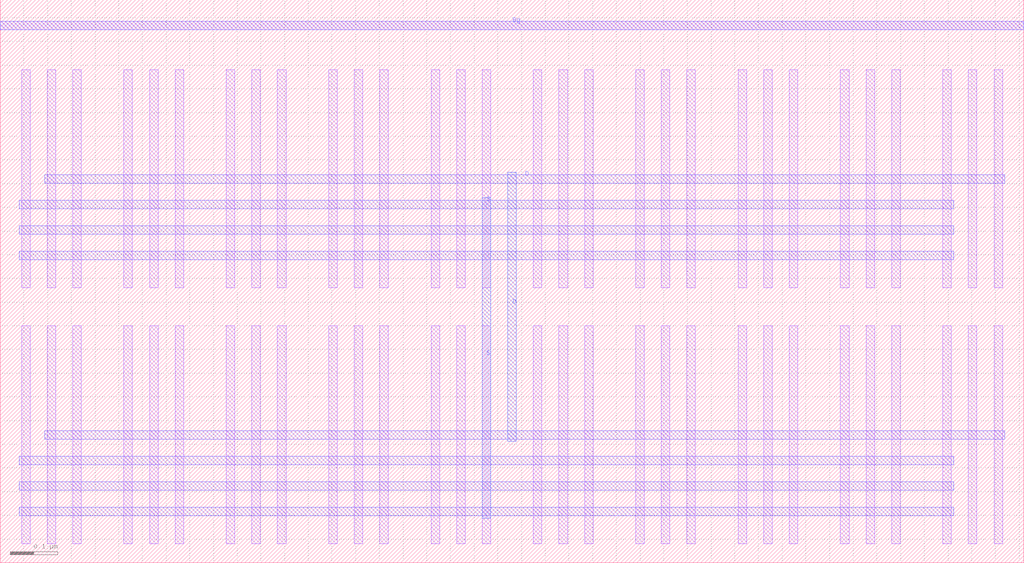
<source format=lef>
MACRO DCL_NMOS_n12_X2_Y2
  ORIGIN 0 0 ;
  FOREIGN DCL_NMOS_n12_X2_Y2 0 0 ;
  SIZE 0.864 BY 1.188 ;
  PIN S
    DIRECTION INOUT ;
    USE SIGNAL ;
    PORT
      LAYER M2 ;
        RECT 0.040 0.099 0.716 0.117 ;
      LAYER M2 ;
        RECT 0.040 0.153 0.716 0.171 ;
      LAYER M2 ;
        RECT 0.040 0.207 0.716 0.225 ;
      LAYER M2 ;
        RECT 0.040 0.639 0.716 0.657 ;
      LAYER M2 ;
        RECT 0.040 0.693 0.716 0.711 ;
      LAYER M2 ;
        RECT 0.040 0.747 0.716 0.765 ;
      LAYER M3 ;
        RECT 0.369 0.094 0.387 0.770 ;
    END
  END S
  PIN D
    DIRECTION INOUT ;
    USE SIGNAL ;
    PORT
      LAYER M2 ;
        RECT 0.094 0.261 0.824 0.279 ;
      LAYER M2 ;
        RECT 0.094 0.801 0.824 0.819 ;
      LAYER M3 ;
        RECT 0.423 0.256 0.441 0.824 ;
    END
  END D
  PIN Bg
    DIRECTION INOUT ;
    USE SIGNAL ;
    PORT
      LAYER M2 ;
        RECT 0.0 1.125 0.864 1.143 ;
    END
  END Bg
  OBS
    LAYER M1 ;
      RECT 0.0 1.125 0.864 1.143 ;
    LAYER M1 ;
      RECT 0.099 0.040 0.117 0.500 ;
    LAYER M1 ;
      RECT 0.099 0.580 0.117 1.040 ;
    LAYER M1 ;
      RECT 0.315 0.040 0.333 0.500 ;
    LAYER M1 ;
      RECT 0.315 0.580 0.333 1.040 ;
    LAYER M1 ;
      RECT 0.531 0.040 0.549 0.500 ;
    LAYER M1 ;
      RECT 0.531 0.580 0.549 1.040 ;
    LAYER M1 ;
      RECT 0.747 0.040 0.765 0.500 ;
    LAYER M1 ;
      RECT 0.747 0.580 0.765 1.040 ;
    LAYER M1 ;
      RECT 0.045 0.040 0.063 0.500 ;
    LAYER M1 ;
      RECT 0.045 0.580 0.063 1.040 ;
    LAYER M1 ;
      RECT 0.261 0.040 0.279 0.500 ;
    LAYER M1 ;
      RECT 0.261 0.580 0.279 1.040 ;
    LAYER M1 ;
      RECT 0.477 0.040 0.495 0.500 ;
    LAYER M1 ;
      RECT 0.477 0.580 0.495 1.040 ;
    LAYER M1 ;
      RECT 0.693 0.040 0.711 0.500 ;
    LAYER M1 ;
      RECT 0.693 0.580 0.711 1.040 ;
    LAYER M1 ;
      RECT 0.153 0.040 0.171 0.500 ;
    LAYER M1 ;
      RECT 0.153 0.580 0.171 1.040 ;
    LAYER M1 ;
      RECT 0.369 0.040 0.387 0.500 ;
    LAYER M1 ;
      RECT 0.369 0.580 0.387 1.040 ;
    LAYER M1 ;
      RECT 0.585 0.040 0.603 0.500 ;
    LAYER M1 ;
      RECT 0.585 0.580 0.603 1.040 ;
    LAYER M1 ;
      RECT 0.801 0.040 0.819 0.500 ;
    LAYER M1 ;
      RECT 0.801 0.580 0.819 1.040 ;
  END
END DCL_NMOS_n12_X2_Y2
MACRO DCL_NMOS_n12_X5_Y2
  ORIGIN 0 0 ;
  FOREIGN DCL_NMOS_n12_X5_Y2 0 0 ;
  SIZE 2.160 BY 1.188 ;
  PIN S
    DIRECTION INOUT ;
    USE SIGNAL ;
    PORT
      LAYER M2 ;
        RECT 0.040 0.099 2.012 0.117 ;
      LAYER M2 ;
        RECT 0.040 0.153 2.012 0.171 ;
      LAYER M2 ;
        RECT 0.040 0.207 2.012 0.225 ;
      LAYER M2 ;
        RECT 0.040 0.639 2.012 0.657 ;
      LAYER M2 ;
        RECT 0.040 0.693 2.012 0.711 ;
      LAYER M2 ;
        RECT 0.040 0.747 2.012 0.765 ;
      LAYER M3 ;
        RECT 1.017 0.094 1.035 0.770 ;
    END
  END S
  PIN Bg
    DIRECTION INOUT ;
    USE SIGNAL ;
    PORT
      LAYER M2 ;
        RECT 0.0 1.125 2.16 1.143 ;
    END
  END Bg
  PIN D
    DIRECTION INOUT ;
    USE SIGNAL ;
    PORT
      LAYER M2 ;
        RECT 0.094 0.261 2.120 0.279 ;
      LAYER M2 ;
        RECT 0.094 0.801 2.120 0.819 ;
      LAYER M3 ;
        RECT 1.071 0.256 1.089 0.824 ;
    END
  END D
  OBS
    LAYER M1 ;
      RECT 0.0 1.125 2.16 1.143 ;
    LAYER M1 ;
      RECT 0.099 0.040 0.117 0.500 ;
    LAYER M1 ;
      RECT 0.099 0.580 0.117 1.040 ;
    LAYER M1 ;
      RECT 0.315 0.040 0.333 0.500 ;
    LAYER M1 ;
      RECT 0.315 0.580 0.333 1.040 ;
    LAYER M1 ;
      RECT 0.531 0.040 0.549 0.500 ;
    LAYER M1 ;
      RECT 0.531 0.580 0.549 1.040 ;
    LAYER M1 ;
      RECT 0.747 0.040 0.765 0.500 ;
    LAYER M1 ;
      RECT 0.747 0.580 0.765 1.040 ;
    LAYER M1 ;
      RECT 0.963 0.040 0.981 0.500 ;
    LAYER M1 ;
      RECT 0.963 0.580 0.981 1.040 ;
    LAYER M1 ;
      RECT 1.179 0.040 1.197 0.500 ;
    LAYER M1 ;
      RECT 1.179 0.580 1.197 1.040 ;
    LAYER M1 ;
      RECT 1.395 0.040 1.413 0.500 ;
    LAYER M1 ;
      RECT 1.395 0.580 1.413 1.040 ;
    LAYER M1 ;
      RECT 1.611 0.040 1.629 0.500 ;
    LAYER M1 ;
      RECT 1.611 0.580 1.629 1.040 ;
    LAYER M1 ;
      RECT 1.827 0.040 1.845 0.500 ;
    LAYER M1 ;
      RECT 1.827 0.580 1.845 1.040 ;
    LAYER M1 ;
      RECT 2.043 0.040 2.061 0.500 ;
    LAYER M1 ;
      RECT 2.043 0.580 2.061 1.040 ;
    LAYER M1 ;
      RECT 0.045 0.040 0.063 0.500 ;
    LAYER M1 ;
      RECT 0.045 0.580 0.063 1.040 ;
    LAYER M1 ;
      RECT 0.261 0.040 0.279 0.500 ;
    LAYER M1 ;
      RECT 0.261 0.580 0.279 1.040 ;
    LAYER M1 ;
      RECT 0.477 0.040 0.495 0.500 ;
    LAYER M1 ;
      RECT 0.477 0.580 0.495 1.040 ;
    LAYER M1 ;
      RECT 0.693 0.040 0.711 0.500 ;
    LAYER M1 ;
      RECT 0.693 0.580 0.711 1.040 ;
    LAYER M1 ;
      RECT 0.909 0.040 0.927 0.500 ;
    LAYER M1 ;
      RECT 0.909 0.580 0.927 1.040 ;
    LAYER M1 ;
      RECT 1.125 0.040 1.143 0.500 ;
    LAYER M1 ;
      RECT 1.125 0.580 1.143 1.040 ;
    LAYER M1 ;
      RECT 1.341 0.040 1.359 0.500 ;
    LAYER M1 ;
      RECT 1.341 0.580 1.359 1.040 ;
    LAYER M1 ;
      RECT 1.557 0.040 1.575 0.500 ;
    LAYER M1 ;
      RECT 1.557 0.580 1.575 1.040 ;
    LAYER M1 ;
      RECT 1.773 0.040 1.791 0.500 ;
    LAYER M1 ;
      RECT 1.773 0.580 1.791 1.040 ;
    LAYER M1 ;
      RECT 1.989 0.040 2.007 0.500 ;
    LAYER M1 ;
      RECT 1.989 0.580 2.007 1.040 ;
    LAYER M1 ;
      RECT 0.153 0.040 0.171 0.500 ;
    LAYER M1 ;
      RECT 0.153 0.580 0.171 1.040 ;
    LAYER M1 ;
      RECT 0.369 0.040 0.387 0.500 ;
    LAYER M1 ;
      RECT 0.369 0.580 0.387 1.040 ;
    LAYER M1 ;
      RECT 0.585 0.040 0.603 0.500 ;
    LAYER M1 ;
      RECT 0.585 0.580 0.603 1.040 ;
    LAYER M1 ;
      RECT 0.801 0.040 0.819 0.500 ;
    LAYER M1 ;
      RECT 0.801 0.580 0.819 1.040 ;
    LAYER M1 ;
      RECT 1.017 0.040 1.035 0.500 ;
    LAYER M1 ;
      RECT 1.017 0.580 1.035 1.040 ;
    LAYER M1 ;
      RECT 1.233 0.040 1.251 0.500 ;
    LAYER M1 ;
      RECT 1.233 0.580 1.251 1.040 ;
    LAYER M1 ;
      RECT 1.449 0.040 1.467 0.500 ;
    LAYER M1 ;
      RECT 1.449 0.580 1.467 1.040 ;
    LAYER M1 ;
      RECT 1.665 0.040 1.683 0.500 ;
    LAYER M1 ;
      RECT 1.665 0.580 1.683 1.040 ;
    LAYER M1 ;
      RECT 1.881 0.040 1.899 0.500 ;
    LAYER M1 ;
      RECT 1.881 0.580 1.899 1.040 ;
    LAYER M1 ;
      RECT 2.097 0.040 2.115 0.500 ;
    LAYER M1 ;
      RECT 2.097 0.580 2.115 1.040 ;
  END
END DCL_NMOS_n12_X5_Y2
MACRO DCL_PMOS_n12_X3_Y1
  ORIGIN 0 0 ;
  FOREIGN DCL_PMOS_n12_X3_Y1 0 0 ;
  SIZE 1.296 BY 0.648 ;
  PIN S
    DIRECTION INOUT ;
    USE SIGNAL ;
    PORT
      LAYER M2 ;
        RECT 0.040 0.099 1.148 0.117 ;
      LAYER M2 ;
        RECT 0.040 0.153 1.148 0.171 ;
      LAYER M2 ;
        RECT 0.040 0.207 1.148 0.225 ;
      LAYER M3 ;
        RECT 0.585 0.094 0.603 0.446 ;
    END
  END S
  PIN Bg
    DIRECTION INOUT ;
    USE SIGNAL ;
    PORT
      LAYER M2 ;
        RECT 0.0 0.585 1.296 0.603 ;
    END
  END Bg
  PIN D
    DIRECTION INOUT ;
    USE SIGNAL ;
    PORT
      LAYER M2 ;
        RECT 0.094 0.261 1.256 0.279 ;
      LAYER M3 ;
        RECT 0.639 0.094 0.657 0.446 ;
    END
  END D
  OBS
    LAYER M1 ;
      RECT 0.0 0.585 1.296 0.603 ;
    LAYER M1 ;
      RECT 0.099 0.040 0.117 0.500 ;
    LAYER M1 ;
      RECT 0.315 0.040 0.333 0.500 ;
    LAYER M1 ;
      RECT 0.531 0.040 0.549 0.500 ;
    LAYER M1 ;
      RECT 0.747 0.040 0.765 0.500 ;
    LAYER M1 ;
      RECT 0.963 0.040 0.981 0.500 ;
    LAYER M1 ;
      RECT 1.179 0.040 1.197 0.500 ;
    LAYER M1 ;
      RECT 0.045 0.040 0.063 0.500 ;
    LAYER M1 ;
      RECT 0.261 0.040 0.279 0.500 ;
    LAYER M1 ;
      RECT 0.477 0.040 0.495 0.500 ;
    LAYER M1 ;
      RECT 0.693 0.040 0.711 0.500 ;
    LAYER M1 ;
      RECT 0.909 0.040 0.927 0.500 ;
    LAYER M1 ;
      RECT 1.125 0.040 1.143 0.500 ;
    LAYER M1 ;
      RECT 0.153 0.040 0.171 0.500 ;
    LAYER M1 ;
      RECT 0.369 0.040 0.387 0.500 ;
    LAYER M1 ;
      RECT 0.585 0.040 0.603 0.500 ;
    LAYER M1 ;
      RECT 0.801 0.040 0.819 0.500 ;
    LAYER M1 ;
      RECT 1.017 0.040 1.035 0.500 ;
    LAYER M1 ;
      RECT 1.233 0.040 1.251 0.500 ;
  END
END DCL_PMOS_n12_X3_Y1
MACRO Switch_NMOS_n12_X1_Y1
  ORIGIN 0 0 ;
  FOREIGN Switch_NMOS_n12_X1_Y1 0 0 ;
  SIZE 0.432 BY 0.648 ;
  PIN S
    DIRECTION INOUT ;
    USE SIGNAL ;
    PORT
      LAYER M2 ;
        RECT 0.040 0.099 0.284 0.117 ;
      LAYER M2 ;
        RECT 0.040 0.153 0.284 0.171 ;
      LAYER M2 ;
        RECT 0.040 0.207 0.284 0.225 ;
      LAYER M3 ;
        RECT 0.153 0.094 0.171 0.446 ;
    END
  END S
  PIN D
    DIRECTION INOUT ;
    USE SIGNAL ;
    PORT
      LAYER M2 ;
        RECT 0.148 0.261 0.392 0.279 ;
      LAYER M3 ;
        RECT 0.207 0.094 0.225 0.446 ;
    END
  END D
  PIN Bg
    DIRECTION INOUT ;
    USE SIGNAL ;
    PORT
      LAYER M2 ;
        RECT 0.0 0.585 0.432 0.603 ;
    END
  END Bg
  PIN G
    DIRECTION INOUT ;
    USE SIGNAL ;
    PORT
      LAYER M2 ;
        RECT 0.094 0.315 0.338 0.333 ;
      LAYER M3 ;
        RECT 0.099 0.094 0.117 0.446 ;
    END
  END G
  OBS
    LAYER M1 ;
      RECT 0.0 0.585 0.432 0.603 ;
    LAYER M1 ;
      RECT 0.099 0.040 0.117 0.500 ;
    LAYER M1 ;
      RECT 0.315 0.040 0.333 0.500 ;
    LAYER M1 ;
      RECT 0.045 0.040 0.063 0.500 ;
    LAYER M1 ;
      RECT 0.261 0.040 0.279 0.500 ;
    LAYER M1 ;
      RECT 0.153 0.040 0.171 0.500 ;
    LAYER M1 ;
      RECT 0.369 0.040 0.387 0.500 ;
  END
END Switch_NMOS_n12_X1_Y1
MACRO Switch_NMOS_n12_X2_Y2
  ORIGIN 0 0 ;
  FOREIGN Switch_NMOS_n12_X2_Y2 0 0 ;
  SIZE 0.864 BY 1.188 ;
  PIN S
    DIRECTION INOUT ;
    USE SIGNAL ;
    PORT
      LAYER M2 ;
        RECT 0.040 0.099 0.716 0.117 ;
      LAYER M2 ;
        RECT 0.040 0.153 0.716 0.171 ;
      LAYER M2 ;
        RECT 0.040 0.207 0.716 0.225 ;
      LAYER M2 ;
        RECT 0.040 0.639 0.716 0.657 ;
      LAYER M2 ;
        RECT 0.040 0.693 0.716 0.711 ;
      LAYER M2 ;
        RECT 0.040 0.747 0.716 0.765 ;
      LAYER M3 ;
        RECT 0.369 0.094 0.387 0.770 ;
    END
  END S
  PIN D
    DIRECTION INOUT ;
    USE SIGNAL ;
    PORT
      LAYER M2 ;
        RECT 0.148 0.261 0.824 0.279 ;
      LAYER M2 ;
        RECT 0.148 0.801 0.824 0.819 ;
      LAYER M3 ;
        RECT 0.423 0.256 0.441 0.824 ;
    END
  END D
  PIN G
    DIRECTION INOUT ;
    USE SIGNAL ;
    PORT
      LAYER M2 ;
        RECT 0.094 0.315 0.770 0.333 ;
      LAYER M2 ;
        RECT 0.094 0.855 0.770 0.873 ;
      LAYER M3 ;
        RECT 0.315 0.310 0.333 0.878 ;
    END
  END G
  PIN Bg
    DIRECTION INOUT ;
    USE SIGNAL ;
    PORT
      LAYER M2 ;
        RECT 0.0 1.125 0.864 1.143 ;
    END
  END Bg
  OBS
    LAYER M1 ;
      RECT 0.0 1.125 0.864 1.143 ;
    LAYER M1 ;
      RECT 0.099 0.040 0.117 0.500 ;
    LAYER M1 ;
      RECT 0.099 0.580 0.117 1.040 ;
    LAYER M1 ;
      RECT 0.315 0.040 0.333 0.500 ;
    LAYER M1 ;
      RECT 0.315 0.580 0.333 1.040 ;
    LAYER M1 ;
      RECT 0.531 0.040 0.549 0.500 ;
    LAYER M1 ;
      RECT 0.531 0.580 0.549 1.040 ;
    LAYER M1 ;
      RECT 0.747 0.040 0.765 0.500 ;
    LAYER M1 ;
      RECT 0.747 0.580 0.765 1.040 ;
    LAYER M1 ;
      RECT 0.045 0.040 0.063 0.500 ;
    LAYER M1 ;
      RECT 0.045 0.580 0.063 1.040 ;
    LAYER M1 ;
      RECT 0.261 0.040 0.279 0.500 ;
    LAYER M1 ;
      RECT 0.261 0.580 0.279 1.040 ;
    LAYER M1 ;
      RECT 0.477 0.040 0.495 0.500 ;
    LAYER M1 ;
      RECT 0.477 0.580 0.495 1.040 ;
    LAYER M1 ;
      RECT 0.693 0.040 0.711 0.500 ;
    LAYER M1 ;
      RECT 0.693 0.580 0.711 1.040 ;
    LAYER M1 ;
      RECT 0.153 0.040 0.171 0.500 ;
    LAYER M1 ;
      RECT 0.153 0.580 0.171 1.040 ;
    LAYER M1 ;
      RECT 0.369 0.040 0.387 0.500 ;
    LAYER M1 ;
      RECT 0.369 0.580 0.387 1.040 ;
    LAYER M1 ;
      RECT 0.585 0.040 0.603 0.500 ;
    LAYER M1 ;
      RECT 0.585 0.580 0.603 1.040 ;
    LAYER M1 ;
      RECT 0.801 0.040 0.819 0.500 ;
    LAYER M1 ;
      RECT 0.801 0.580 0.819 1.040 ;
  END
END Switch_NMOS_n12_X2_Y2
MACRO Switch_NMOS_n12_X3_Y2
  ORIGIN 0 0 ;
  FOREIGN Switch_NMOS_n12_X3_Y2 0 0 ;
  SIZE 1.296 BY 1.188 ;
  PIN S
    DIRECTION INOUT ;
    USE SIGNAL ;
    PORT
      LAYER M2 ;
        RECT 0.040 0.099 1.148 0.117 ;
      LAYER M2 ;
        RECT 0.040 0.153 1.148 0.171 ;
      LAYER M2 ;
        RECT 0.040 0.207 1.148 0.225 ;
      LAYER M2 ;
        RECT 0.040 0.639 1.148 0.657 ;
      LAYER M2 ;
        RECT 0.040 0.693 1.148 0.711 ;
      LAYER M2 ;
        RECT 0.040 0.747 1.148 0.765 ;
      LAYER M3 ;
        RECT 0.585 0.094 0.603 0.770 ;
    END
  END S
  PIN D
    DIRECTION INOUT ;
    USE SIGNAL ;
    PORT
      LAYER M2 ;
        RECT 0.148 0.261 1.256 0.279 ;
      LAYER M2 ;
        RECT 0.148 0.801 1.256 0.819 ;
      LAYER M3 ;
        RECT 0.639 0.256 0.657 0.824 ;
    END
  END D
  PIN G
    DIRECTION INOUT ;
    USE SIGNAL ;
    PORT
      LAYER M2 ;
        RECT 0.094 0.315 1.202 0.333 ;
      LAYER M2 ;
        RECT 0.094 0.855 1.202 0.873 ;
      LAYER M3 ;
        RECT 0.531 0.310 0.549 0.878 ;
    END
  END G
  PIN Bg
    DIRECTION INOUT ;
    USE SIGNAL ;
    PORT
      LAYER M2 ;
        RECT 0.0 1.125 1.296 1.143 ;
    END
  END Bg
  OBS
    LAYER M1 ;
      RECT 0.0 1.125 1.296 1.143 ;
    LAYER M1 ;
      RECT 0.099 0.040 0.117 0.500 ;
    LAYER M1 ;
      RECT 0.099 0.580 0.117 1.040 ;
    LAYER M1 ;
      RECT 0.315 0.040 0.333 0.500 ;
    LAYER M1 ;
      RECT 0.315 0.580 0.333 1.040 ;
    LAYER M1 ;
      RECT 0.531 0.040 0.549 0.500 ;
    LAYER M1 ;
      RECT 0.531 0.580 0.549 1.040 ;
    LAYER M1 ;
      RECT 0.747 0.040 0.765 0.500 ;
    LAYER M1 ;
      RECT 0.747 0.580 0.765 1.040 ;
    LAYER M1 ;
      RECT 0.963 0.040 0.981 0.500 ;
    LAYER M1 ;
      RECT 0.963 0.580 0.981 1.040 ;
    LAYER M1 ;
      RECT 1.179 0.040 1.197 0.500 ;
    LAYER M1 ;
      RECT 1.179 0.580 1.197 1.040 ;
    LAYER M1 ;
      RECT 0.045 0.040 0.063 0.500 ;
    LAYER M1 ;
      RECT 0.045 0.580 0.063 1.040 ;
    LAYER M1 ;
      RECT 0.261 0.040 0.279 0.500 ;
    LAYER M1 ;
      RECT 0.261 0.580 0.279 1.040 ;
    LAYER M1 ;
      RECT 0.477 0.040 0.495 0.500 ;
    LAYER M1 ;
      RECT 0.477 0.580 0.495 1.040 ;
    LAYER M1 ;
      RECT 0.693 0.040 0.711 0.500 ;
    LAYER M1 ;
      RECT 0.693 0.580 0.711 1.040 ;
    LAYER M1 ;
      RECT 0.909 0.040 0.927 0.500 ;
    LAYER M1 ;
      RECT 0.909 0.580 0.927 1.040 ;
    LAYER M1 ;
      RECT 1.125 0.040 1.143 0.500 ;
    LAYER M1 ;
      RECT 1.125 0.580 1.143 1.040 ;
    LAYER M1 ;
      RECT 0.153 0.040 0.171 0.500 ;
    LAYER M1 ;
      RECT 0.153 0.580 0.171 1.040 ;
    LAYER M1 ;
      RECT 0.369 0.040 0.387 0.500 ;
    LAYER M1 ;
      RECT 0.369 0.580 0.387 1.040 ;
    LAYER M1 ;
      RECT 0.585 0.040 0.603 0.500 ;
    LAYER M1 ;
      RECT 0.585 0.580 0.603 1.040 ;
    LAYER M1 ;
      RECT 0.801 0.040 0.819 0.500 ;
    LAYER M1 ;
      RECT 0.801 0.580 0.819 1.040 ;
    LAYER M1 ;
      RECT 1.017 0.040 1.035 0.500 ;
    LAYER M1 ;
      RECT 1.017 0.580 1.035 1.040 ;
    LAYER M1 ;
      RECT 1.233 0.040 1.251 0.500 ;
    LAYER M1 ;
      RECT 1.233 0.580 1.251 1.040 ;
  END
END Switch_NMOS_n12_X3_Y2
MACRO Switch_PMOS_n12_X2_Y1
  ORIGIN 0 0 ;
  FOREIGN Switch_PMOS_n12_X2_Y1 0 0 ;
  SIZE 0.864 BY 0.648 ;
  PIN S
    DIRECTION INOUT ;
    USE SIGNAL ;
    PORT
      LAYER M2 ;
        RECT 0.040 0.099 0.716 0.117 ;
      LAYER M2 ;
        RECT 0.040 0.153 0.716 0.171 ;
      LAYER M2 ;
        RECT 0.040 0.207 0.716 0.225 ;
      LAYER M3 ;
        RECT 0.369 0.094 0.387 0.446 ;
    END
  END S
  PIN D
    DIRECTION INOUT ;
    USE SIGNAL ;
    PORT
      LAYER M2 ;
        RECT 0.148 0.261 0.824 0.279 ;
      LAYER M3 ;
        RECT 0.423 0.094 0.441 0.446 ;
    END
  END D
  PIN G
    DIRECTION INOUT ;
    USE SIGNAL ;
    PORT
      LAYER M2 ;
        RECT 0.094 0.315 0.770 0.333 ;
      LAYER M3 ;
        RECT 0.315 0.094 0.333 0.446 ;
    END
  END G
  PIN Bg
    DIRECTION INOUT ;
    USE SIGNAL ;
    PORT
      LAYER M2 ;
        RECT 0.0 0.585 0.864 0.603 ;
    END
  END Bg
  OBS
    LAYER M1 ;
      RECT 0.0 0.585 0.864 0.603 ;
    LAYER M1 ;
      RECT 0.099 0.040 0.117 0.500 ;
    LAYER M1 ;
      RECT 0.315 0.040 0.333 0.500 ;
    LAYER M1 ;
      RECT 0.531 0.040 0.549 0.500 ;
    LAYER M1 ;
      RECT 0.747 0.040 0.765 0.500 ;
    LAYER M1 ;
      RECT 0.045 0.040 0.063 0.500 ;
    LAYER M1 ;
      RECT 0.261 0.040 0.279 0.500 ;
    LAYER M1 ;
      RECT 0.477 0.040 0.495 0.500 ;
    LAYER M1 ;
      RECT 0.693 0.040 0.711 0.500 ;
    LAYER M1 ;
      RECT 0.153 0.040 0.171 0.500 ;
    LAYER M1 ;
      RECT 0.369 0.040 0.387 0.500 ;
    LAYER M1 ;
      RECT 0.585 0.040 0.603 0.500 ;
    LAYER M1 ;
      RECT 0.801 0.040 0.819 0.500 ;
  END
END Switch_PMOS_n12_X2_Y1
MACRO Switch_PMOS_n12_X3_Y1
  ORIGIN 0 0 ;
  FOREIGN Switch_PMOS_n12_X3_Y1 0 0 ;
  SIZE 1.296 BY 0.648 ;
  PIN S
    DIRECTION INOUT ;
    USE SIGNAL ;
    PORT
      LAYER M2 ;
        RECT 0.040 0.099 1.148 0.117 ;
      LAYER M2 ;
        RECT 0.040 0.153 1.148 0.171 ;
      LAYER M2 ;
        RECT 0.040 0.207 1.148 0.225 ;
      LAYER M3 ;
        RECT 0.585 0.094 0.603 0.446 ;
    END
  END S
  PIN D
    DIRECTION INOUT ;
    USE SIGNAL ;
    PORT
      LAYER M2 ;
        RECT 0.148 0.261 1.256 0.279 ;
      LAYER M3 ;
        RECT 0.639 0.094 0.657 0.446 ;
    END
  END D
  PIN G
    DIRECTION INOUT ;
    USE SIGNAL ;
    PORT
      LAYER M2 ;
        RECT 0.094 0.315 1.202 0.333 ;
      LAYER M3 ;
        RECT 0.531 0.094 0.549 0.446 ;
    END
  END G
  PIN Bg
    DIRECTION INOUT ;
    USE SIGNAL ;
    PORT
      LAYER M2 ;
        RECT 0.0 0.585 1.296 0.603 ;
    END
  END Bg
  OBS
    LAYER M1 ;
      RECT 0.0 0.585 1.296 0.603 ;
    LAYER M1 ;
      RECT 0.099 0.040 0.117 0.500 ;
    LAYER M1 ;
      RECT 0.315 0.040 0.333 0.500 ;
    LAYER M1 ;
      RECT 0.531 0.040 0.549 0.500 ;
    LAYER M1 ;
      RECT 0.747 0.040 0.765 0.500 ;
    LAYER M1 ;
      RECT 0.963 0.040 0.981 0.500 ;
    LAYER M1 ;
      RECT 1.179 0.040 1.197 0.500 ;
    LAYER M1 ;
      RECT 0.045 0.040 0.063 0.500 ;
    LAYER M1 ;
      RECT 0.261 0.040 0.279 0.500 ;
    LAYER M1 ;
      RECT 0.477 0.040 0.495 0.500 ;
    LAYER M1 ;
      RECT 0.693 0.040 0.711 0.500 ;
    LAYER M1 ;
      RECT 0.909 0.040 0.927 0.500 ;
    LAYER M1 ;
      RECT 1.125 0.040 1.143 0.500 ;
    LAYER M1 ;
      RECT 0.153 0.040 0.171 0.500 ;
    LAYER M1 ;
      RECT 0.369 0.040 0.387 0.500 ;
    LAYER M1 ;
      RECT 0.585 0.040 0.603 0.500 ;
    LAYER M1 ;
      RECT 0.801 0.040 0.819 0.500 ;
    LAYER M1 ;
      RECT 1.017 0.040 1.035 0.500 ;
    LAYER M1 ;
      RECT 1.233 0.040 1.251 0.500 ;
  END
END Switch_PMOS_n12_X3_Y1

</source>
